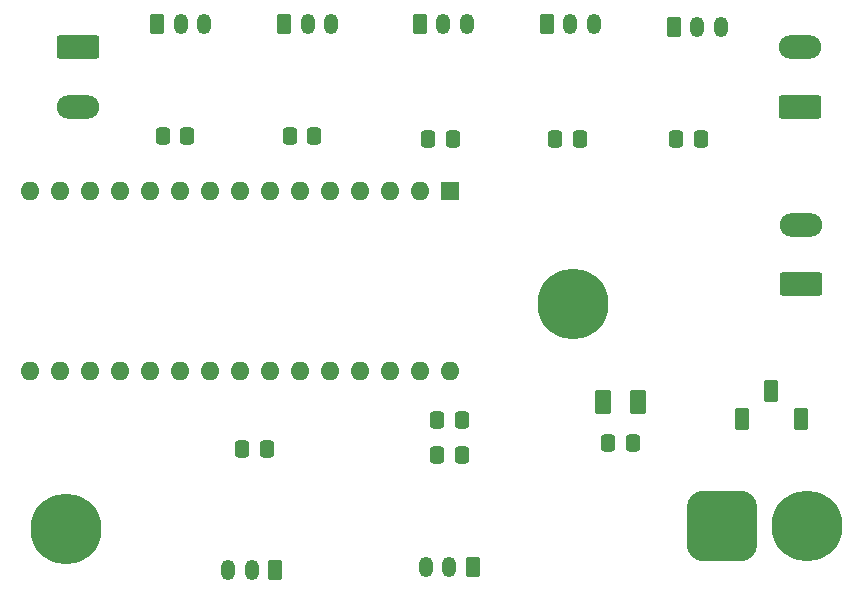
<source format=gts>
%TF.GenerationSoftware,KiCad,Pcbnew,8.0.1*%
%TF.CreationDate,2024-07-20T14:45:51-04:00*%
%TF.ProjectId,musubwi,6d757375-6277-4692-9e6b-696361645f70,rev?*%
%TF.SameCoordinates,Original*%
%TF.FileFunction,Soldermask,Top*%
%TF.FilePolarity,Negative*%
%FSLAX46Y46*%
G04 Gerber Fmt 4.6, Leading zero omitted, Abs format (unit mm)*
G04 Created by KiCad (PCBNEW 8.0.1) date 2024-07-20 14:45:51*
%MOMM*%
%LPD*%
G01*
G04 APERTURE LIST*
G04 Aperture macros list*
%AMRoundRect*
0 Rectangle with rounded corners*
0 $1 Rounding radius*
0 $2 $3 $4 $5 $6 $7 $8 $9 X,Y pos of 4 corners*
0 Add a 4 corners polygon primitive as box body*
4,1,4,$2,$3,$4,$5,$6,$7,$8,$9,$2,$3,0*
0 Add four circle primitives for the rounded corners*
1,1,$1+$1,$2,$3*
1,1,$1+$1,$4,$5*
1,1,$1+$1,$6,$7*
1,1,$1+$1,$8,$9*
0 Add four rect primitives between the rounded corners*
20,1,$1+$1,$2,$3,$4,$5,0*
20,1,$1+$1,$4,$5,$6,$7,0*
20,1,$1+$1,$6,$7,$8,$9,0*
20,1,$1+$1,$8,$9,$2,$3,0*%
G04 Aperture macros list end*
%ADD10C,6.000000*%
%ADD11RoundRect,0.250000X0.337500X0.475000X-0.337500X0.475000X-0.337500X-0.475000X0.337500X-0.475000X0*%
%ADD12O,1.600000X1.600000*%
%ADD13R,1.600000X1.600000*%
%ADD14O,1.200000X1.750000*%
%ADD15RoundRect,0.250000X-0.350000X-0.625000X0.350000X-0.625000X0.350000X0.625000X-0.350000X0.625000X0*%
%ADD16RoundRect,0.102000X0.500000X-0.800000X0.500000X0.800000X-0.500000X0.800000X-0.500000X-0.800000X0*%
%ADD17RoundRect,0.250000X-0.337500X-0.475000X0.337500X-0.475000X0.337500X0.475000X-0.337500X0.475000X0*%
%ADD18RoundRect,1.500000X-1.500000X-1.500000X1.500000X-1.500000X1.500000X1.500000X-1.500000X1.500000X0*%
%ADD19O,3.600000X2.000000*%
%ADD20RoundRect,0.250000X1.550000X-0.750000X1.550000X0.750000X-1.550000X0.750000X-1.550000X-0.750000X0*%
%ADD21RoundRect,0.250000X0.350000X0.625000X-0.350000X0.625000X-0.350000X-0.625000X0.350000X-0.625000X0*%
%ADD22RoundRect,0.250000X-1.550000X0.750000X-1.550000X-0.750000X1.550000X-0.750000X1.550000X0.750000X0*%
%ADD23RoundRect,0.102000X-0.585000X-0.900000X0.585000X-0.900000X0.585000X0.900000X-0.585000X0.900000X0*%
G04 APERTURE END LIST*
D10*
%TO.C,REF\u002A\u002A*%
X213500000Y-86500000D03*
%TD*%
%TO.C,REF\u002A\u002A*%
X170500000Y-105500000D03*
%TD*%
D11*
%TO.C,C7*%
X185462500Y-98750000D03*
X187537500Y-98750000D03*
%TD*%
D12*
%TO.C,A1*%
X203050000Y-92130000D03*
X200510000Y-92130000D03*
X197970000Y-92130000D03*
X195430000Y-92130000D03*
X192890000Y-92130000D03*
X190350000Y-92130000D03*
X187810000Y-92130000D03*
X185270000Y-92130000D03*
X182730000Y-92130000D03*
X180190000Y-92130000D03*
X177650000Y-92130000D03*
X175110000Y-92130000D03*
X172570000Y-92130000D03*
X170030000Y-92130000D03*
X167490000Y-92130000D03*
X167490000Y-76890000D03*
X170030000Y-76890000D03*
X172570000Y-76890000D03*
X175110000Y-76890000D03*
X177650000Y-76890000D03*
X180190000Y-76890000D03*
X182730000Y-76890000D03*
X185270000Y-76890000D03*
X187810000Y-76890000D03*
X190350000Y-76890000D03*
X192890000Y-76890000D03*
X195430000Y-76890000D03*
X197970000Y-76890000D03*
X200510000Y-76890000D03*
D13*
X203050000Y-76890000D03*
%TD*%
D14*
%TO.C,J4*%
X215250000Y-62800000D03*
X213250000Y-62800000D03*
D15*
X211250000Y-62800000D03*
%TD*%
D16*
%TO.C,SW1*%
X232750000Y-96200000D03*
X230250000Y-93800000D03*
X227750000Y-96200000D03*
%TD*%
D17*
%TO.C,C8*%
X204037500Y-96250000D03*
X201962500Y-96250000D03*
%TD*%
D14*
%TO.C,J1*%
X182250000Y-62800000D03*
X180250000Y-62800000D03*
D15*
X178250000Y-62800000D03*
%TD*%
D10*
%TO.C,J8*%
X233250000Y-105250000D03*
D18*
X226050000Y-105250000D03*
%TD*%
D11*
%TO.C,C9*%
X216462500Y-98250000D03*
X218537500Y-98250000D03*
%TD*%
D19*
%TO.C,J11*%
X232750000Y-79750000D03*
D20*
X232750000Y-84750000D03*
%TD*%
D14*
%TO.C,J6*%
X201000000Y-108700000D03*
X203000000Y-108700000D03*
D21*
X205000000Y-108700000D03*
%TD*%
D19*
%TO.C,J10*%
X171527500Y-69750000D03*
D22*
X171527500Y-64750000D03*
%TD*%
D14*
%TO.C,J5*%
X204500000Y-62800000D03*
X202500000Y-62800000D03*
D15*
X200500000Y-62800000D03*
%TD*%
D17*
%TO.C,C2*%
X180787500Y-72250000D03*
X178712500Y-72250000D03*
%TD*%
D14*
%TO.C,J7*%
X184250000Y-108950000D03*
X186250000Y-108950000D03*
D21*
X188250000Y-108950000D03*
%TD*%
D17*
%TO.C,C3*%
X191537500Y-72250000D03*
X189462500Y-72250000D03*
%TD*%
D23*
%TO.C,F1*%
X218970000Y-94750000D03*
X216030000Y-94750000D03*
%TD*%
D17*
%TO.C,C5*%
X203287500Y-72500000D03*
X201212500Y-72500000D03*
%TD*%
%TO.C,C1*%
X224287500Y-72500000D03*
X222212500Y-72500000D03*
%TD*%
D14*
%TO.C,J2*%
X226000000Y-63050000D03*
X224000000Y-63050000D03*
D15*
X222000000Y-63050000D03*
%TD*%
D19*
%TO.C,J9*%
X232722500Y-64750000D03*
D20*
X232722500Y-69750000D03*
%TD*%
D17*
%TO.C,C4*%
X214037500Y-72500000D03*
X211962500Y-72500000D03*
%TD*%
D11*
%TO.C,C6*%
X201962500Y-99250000D03*
X204037500Y-99250000D03*
%TD*%
D14*
%TO.C,J3*%
X193000000Y-62800000D03*
X191000000Y-62800000D03*
D15*
X189000000Y-62800000D03*
%TD*%
M02*

</source>
